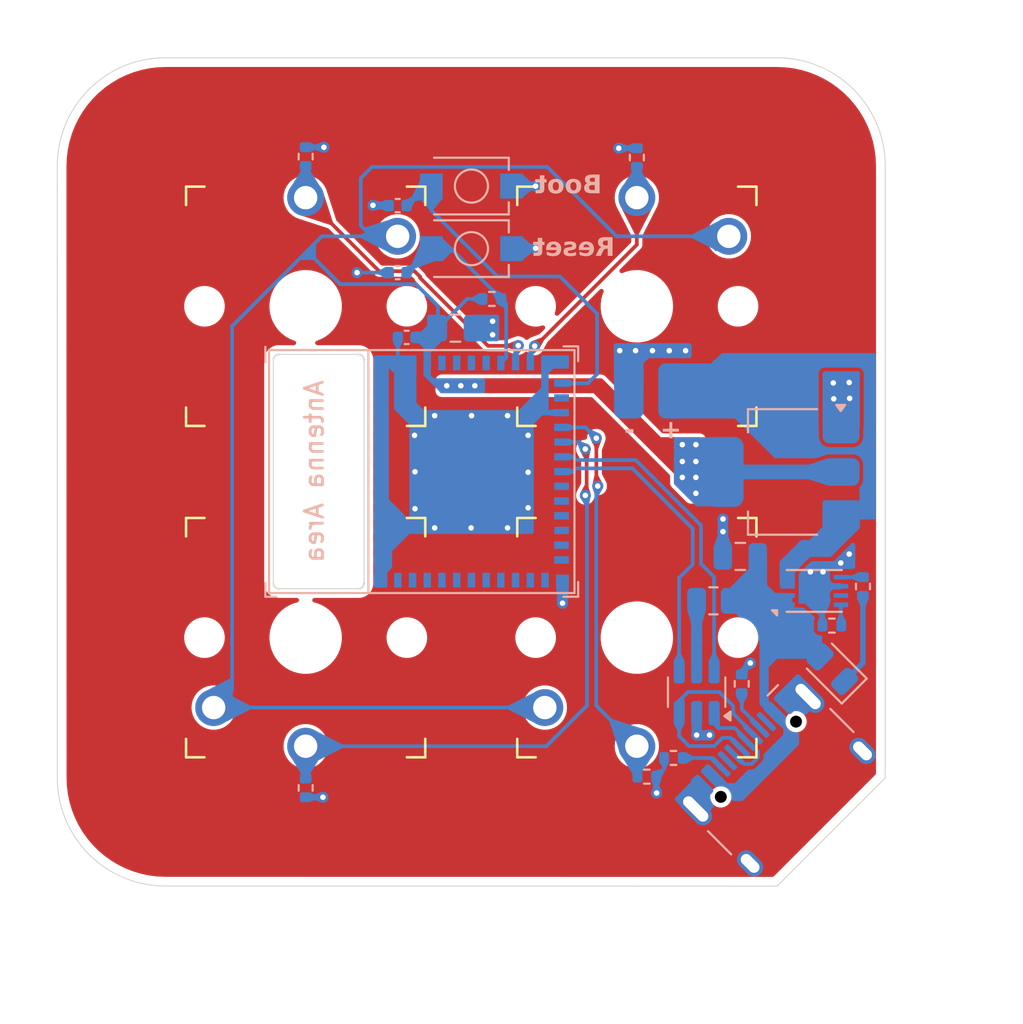
<source format=kicad_pcb>
(kicad_pcb (version 20240108) (generator "pcbnew") (generator_version "8.0")
  (layers (0 "F.Cu" signal) (31 "B.Cu" signal) (34 "B.Paste" user) (35 "F.Paste" user) (36 "B.SilkS" user "B.Silkscreen") (37 "F.SilkS" user "F.Silkscreen") (38 "B.Mask" user) (39 "F.Mask" user) (44 "Edge.Cuts" user))
  (net 0 "")
  (net 1 "/USB_D-")
  (net 3 "GND")
  (net 4 "/USB_D+")
  (net 5 "/VBAT")
  (net 6 "+3.3V")
  (net 7 "/ESP_EN")
  (net 8 "Net-(D2-K)")
  (net 9 "/GPIO_4")
  (net 10 "/GPIO_5")
  (net 11 "/GPIO_6")
  (net 12 "Net-(J1-CC2)")
  (net 15 "Net-(J1-CC1)")
  (net 16 "/USB_5V")
  (net 17 "/GPIO_7")
  (net 18 "/ESP_USB_D+")
  (net 19 "/ESP_USB_D-")
  (net 20 "Net-(U1-GPIO0{slash}ADC1_CH0{slash}XTAL_32K_P)")
  (net 21 "Net-(U2-PROG)")
  (net 44 "Net-(U2-STAT)")
  (footprint "switches:SW_Kailh_Choc_V1_THT" (layer "F.Cu") (at 81.5 81.5)
    (property "Reference" "SW5" (hide yes))
    (property "Value" "1" (hide yes))
  )
  (footprint "switches:SW_Kailh_Choc_V1_THT" (layer "F.Cu") (at 63.5 63.5 180)
    (property "Reference" "SW3" (hide yes))
    (property "Value" "1" (hide yes))
  )
  (footprint "switches:SW_Kailh_Choc_V1_THT" (layer "F.Cu") (at 63.5 81.5)
    (property "Reference" "SW6" (hide yes))
    (property "Value" "1" (hide yes))
  )
  (footprint "switches:SW_Kailh_Choc_V1_THT" (layer "F.Cu") (at 81.5 63.5 180)
    (property "Reference" "SW4" (hide yes))
    (property "Value" "1" (hide yes))
  )
  (footprint "Connectors:SolderWirePad_3" (layer "B.Cu") (at 82.2644 68.0974)
    (property "Reference" "J2" (hide yes))
    (property "Value" "BAT")
  )
  (footprint "Resistor_SMD:R_0402_1005Metric" (layer "B.Cu") (at 83.4898 88.0364 180)
    (property "Reference" "R12" (hide yes))
    (property "Value" "5.1k")
  )
  (footprint "Capacitor_SMD:C_0805_2012Metric" (layer "B.Cu") (at 71.64 64.69)
    (property "Reference" "C2" (hide yes))
    (property "Value" "10u")
  )
  (footprint "Package_DFN_QFN:DFN-8-1EP_3x2mm_P0.5mm_EP1.7x1.4mm" (layer "B.Cu") (at 91.142 78.963)
    (property "Reference" "U2" (hide yes))
    (property "Value" "MCP73831-2-MC")
  )
  (footprint "Resistor_SMD:R_0402_1005Metric" (layer "B.Cu") (at 63.5 55.37 90)
    (property "Reference" "R4" (hide yes))
    (property "Value" "10k")
  )
  (footprint "Connector_USB:USB_C_Receptacle_HCTL_HC-TYPE-C-16P-01A" (layer "B.Cu") (at 89.949962 89.949962 -135)
    (property "Reference" "J1" (hide yes))
    (property "Value" "USB_C_Receptacle_USB2.0_16P")
  )
  (footprint "Resistor_SMD:R_0402_1005Metric" (layer "B.Cu") (at 81.5 55.4208 90)
    (property "Reference" "R5" (hide yes))
    (property "Value" "10k")
  )
  (footprint "Resistor_SMD:R_0402_1005Metric" (layer "B.Cu") (at 92.1004 80.8482 180)
    (property "Reference" "R2" (hide yes))
    (property "Value" "2k")
  )
  (footprint "Resistor_SMD:R_0402_1005Metric" (layer "B.Cu") (at 73.62 63.1)
    (property "Reference" "R1" (hide yes))
    (property "Value" "10k")
  )
  (footprint "Resistor_SMD:R_0402_1005Metric" (layer "B.Cu") (at 82.042 89.0524)
    (property "Reference" "R6" (hide yes))
    (property "Value" "10k")
  )
  (footprint "Capacitor_SMD:C_0402_1005Metric" (layer "B.Cu") (at 68.99 65.19 180)
    (property "Reference" "C1" (hide yes))
    (property "Value" "0.1u")
  )
  (footprint "Resistor_SMD:R_0402_1005Metric" (layer "B.Cu") (at 63.5 89.662 -90)
    (property "Reference" "R7" (hide yes))
    (property "Value" "10k")
  )
  (footprint "Capacitor_SMD:C_0402_1005Metric" (layer "B.Cu") (at 68.5 58.03 180)
    (property "Reference" "C4" (hide yes))
    (property "Value" "0.1u")
  )
  (footprint "Resistor_SMD:R_0402_1005Metric" (layer "B.Cu") (at 93.7904 78.723 90)
    (property "Reference" "R3" (hide yes))
    (property "Value" "470")
  )
  (footprint "Resistor_SMD:R_0805_2012Metric" (layer "B.Cu") (at 85.6625 79.502 180)
    (property "Reference" "R8" (hide yes))
    (property "Value" "0")
  )
  (footprint "Espressif:ESP32-C6-MINI-1" (layer "B.Cu") (at 69.81 72.4789 -90)
    (property "Reference" "U1" (hide yes))
    (property "Value" "ESP32-C6-MINI-1/U")
  )
  (footprint "Resistor_SMD:R_0402_1005Metric" (layer "B.Cu") (at 87.2 84.01 90)
    (property "Reference" "R11" (hide yes))
    (property "Value" "5.1k")
  )
  (footprint "easyeda2kicad:SW-SMD_L3.9-W3.0-P4.45" (layer "B.Cu") (at 72.51 60.37 180)
    (property "Reference" "SW1" (hide yes))
    (property "Value" "RESET")
  )
  (footprint "LED_SMD:LED_0805_2012Metric" (layer "B.Cu") (at 92.1258 83.2104 135)
    (property "Reference" "D2" (hide yes))
    (property "Value" "LED")
  )
  (footprint "Package_TO_SOT_SMD:SOT-223-3_TabPin2" (layer "B.Cu") (at 89.45 72.5 180)
    (property "Reference" "U3" (hide yes))
    (property "Value" "AMS1117-3.3")
  )
  (footprint "Package_TO_SOT_SMD:SOT-23-6" (layer "B.Cu") (at 84.75 84.4625 90)
    (property "Reference" "U4" (hide yes))
    (property "Value" "USBLC6-2SC6")
  )
  (footprint "Capacitor_SMD:C_0402_1005Metric" (layer "B.Cu") (at 68.5 61.67 180)
    (property "Reference" "C3" (hide yes))
    (property "Value" "0.1u")
  )
  (footprint "Capacitor_SMD:C_0805_2012Metric" (layer "B.Cu") (at 87.122 77.089 180)
    (property "Reference" "C5" (hide yes))
    (property "Value" "4.7u")
  )
  (footprint "easyeda2kicad:SW-SMD_L3.9-W3.0-P4.45" (layer "B.Cu") (at 72.51 56.97 180)
    (property "Reference" "SW2" (hide yes))
    (property "Value" "BOOT")
  )
  (gr_line (start 89.125 50) (end 55.875 50) (stroke (width 0.05)) (layer "Edge.Cuts"))
  (gr_line (start 66.3702 78.8416) (end 62.0522 78.8416) (stroke (width 0.05)) (layer "Edge.Cuts"))
  (gr_arc (start 50 55.875) (mid 51.720748 51.720748) (end 55.875 50) (stroke (width 0.05)) (layer "Edge.Cuts"))
  (gr_line (start 95 89.125) (end 89.125 95) (stroke (width 0.05)) (layer "Edge.Cuts"))
  (gr_arc (start 55.879252 94.995748) (mid 51.725 93.275) (end 50.004252 89.120748) (stroke (width 0.05)) (layer "Edge.Cuts"))
  (gr_arc (start 61.7474 66.421) (mid 61.836674 66.205474) (end 62.0522 66.1162) (stroke (width 0.1)) (layer "Edge.Cuts"))
  (gr_arc (start 66.3702 66.1162) (mid 66.585726 66.205474) (end 66.675 66.421) (stroke (width 0.1)) (layer "Edge.Cuts"))
  (gr_arc (start 66.675 78.5368) (mid 66.585726 78.752326) (end 66.3702 78.8416) (stroke (width 0.1)) (layer "Edge.Cuts"))
  (gr_line (start 95 89.125) (end 95 55.875) (stroke (width 0.05)) (layer "Edge.Cuts"))
  (gr_arc (start 62.0522 78.8416) (mid 61.836674 78.752326) (end 61.7474 78.5368) (stroke (width 0.1)) (layer "Edge.Cuts"))
  (gr_line (start 62.0522 66.1162) (end 66.3702 66.1162) (stroke (width 0.05)) (layer "Edge.Cuts"))
  (gr_line (start 66.675 66.421) (end 66.675 78.5368) (stroke (width 0.05)) (layer "Edge.Cuts"))
  (gr_line (start 50 55.875) (end 50.004252 89.120748) (stroke (width 0.05)) (layer "Edge.Cuts"))
  (gr_line (start 55.879252 94.995748) (end 89.125 95) (stroke (width 0.05)) (layer "Edge.Cuts"))
  (gr_line (start 61.7474 78.5368) (end 61.7474 66.421) (stroke (width 0.05)) (layer "Edge.Cuts"))
  (gr_arc (start 89.125 50) (mid 93.279252 51.720748) (end 95 55.875) (stroke (width 0.05)) (layer "Edge.Cuts"))
  (gr_text "+" (at 83.934812 70.8406 0) (layer "B.SilkS") (effects (font (size 1 1) (thickness 0.25) (bold yes)) (justify left bottom mirror)))
  (gr_text "Reset" (at 80.307997 60.932267 0) (layer "B.SilkS") (effects (font (size 1 1) (thickness 0.25) (bold yes)) (justify left bottom mirror)))
  (gr_text "-" (at 81.39022 70.8406 0) (layer "B.SilkS") (effects (font (size 1 1) (thickness 0.25) (bold yes)) (justify left bottom mirror)))
  (gr_text "Boot" (at 79.6036 57.532267 0) (layer "B.SilkS") (effects (font (size 1 1) (thickness 0.25) (bold yes)) (justify left bottom mirror)))
  (segment (start 86.741 85.217) (end 85.979 84.455) (width 0.2) (layer "B.Cu") (net 1))
  (segment (start 86.1568 86.9442) (end 86.0552 87.0458) (width 0.2) (layer "B.Cu") (net 1))
  (segment (start 87.12507 87.478624) (end 86.5886 86.9442) (width 0.2) (layer "B.Cu") (net 1))
  (segment (start 87.225108 87.528662) (end 86.742572 87.046126) (width 0.2) (layer "B.Cu") (net 1))
  (segment (start 83.8 86.848) (end 83.8 85.6) (width 0.2) (layer "B.Cu") (net 1))
  (segment (start 86.741 85.63034) (end 86.741 85.217) (width 0.2) (layer "B.Cu") (net 1))
  (segment (start 85.979 84.455) (end 84.282501 84.455) (width 0.2) (layer "B.Cu") (net 1))
  (segment (start 83.8 84.937501) (end 83.8 85.6) (width 0.2) (layer "B.Cu") (net 1))
  (segment (start 87.932215 86.821555) (end 86.741 85.63034) (width 0.2) (layer "B.Cu") (net 1))
  (segment (start 85.708 87.393) (end 84.345 87.393) (width 0.2) (layer "B.Cu") (net 1))
  (segment (start 86.0552 87.0458) (end 85.708 87.393) (width 0.2) (layer "B.Cu") (net 1))
  (segment (start 86.5886 86.9442) (end 86.1568 86.9442) (width 0.2) (layer "B.Cu") (net 1))
  (segment (start 84.345 87.393) (end 83.8 86.848) (width 0.2) (layer "B.Cu") (net 1))
  (segment (start 84.282501 84.455) (end 83.8 84.937501) (width 0.2) (layer "B.Cu") (net 1))
  (via (at 93.0402 76.962) (size 0.6) (drill 0.3) (layers "F.Cu" "B.Cu") (net 3))
  (via (at 77.46 79.629) (size 0.6) (drill 0.3) (layers "F.Cu" "B.Cu") (net 3))
  (via (at 75.9968 56.9722) (size 0.6) (drill 0.3) (layers "F.Cu" "B.Cu") (net 3))
  (via (at 92.202 68.5292) (size 0.6) (drill 0.3) (layers "F.Cu" "B.Cu") (net 3))
  (via (at 75.5904 70.5104) (size 0.6) (drill 0.3) (layers "F.Cu" "B.Cu") (net 3))
  (via (at 73.66 64.3128) (size 0.6) (drill 0.3) (layers "F.Cu" "B.Cu") (net 3))
  (via (at 80.5688 65.913) (size 0.6) (drill 0.3) (layers "F.Cu" "B.Cu") (net 3))
  (via (at 69.4436 74.4982) (size 0.6) (drill 0.3) (layers "F.Cu" "B.Cu") (net 3))
  (via (at 64.4398 90.17) (size 0.6) (drill 0.3) (layers "F.Cu" "B.Cu") (net 3))
  (via (at 64.4906 54.864) (size 0.6) (drill 0.3) (layers "F.Cu" "B.Cu") (net 3))
  (via (at 92.1766 67.6656) (size 0.6) (drill 0.3) (layers "F.Cu" "B.Cu") (net 3))
  (via (at 81.4324 65.913) (size 0.6) (drill 0.3) (layers "F.Cu" "B.Cu") (net 3))
  (via (at 66.294 61.6712) (size 0.6) (drill 0.3) (layers "F.Cu" "B.Cu") (net 3))
  (via (at 82.3468 65.913) (size 0.6) (drill 0.3) (layers "F.Cu" "B.Cu") (net 3))
  (via (at 91.6178 77.9272) (size 0.6) (drill 0.3) (layers "F.Cu" "B.Cu") (net 3))
  (via (at 69.4436 72.4916) (size 0.6) (drill 0.3) (layers "F.Cu" "B.Cu") (net 3))
  (via (at 75.5904 74.4474) (size 0.6) (drill 0.3) (layers "F.Cu" "B.Cu") (net 3))
  (via (at 92.583 77.4446) (size 0.6) (drill 0.3) (layers "F.Cu" "B.Cu") (net 3))
  (via (at 67.1576 58.0136) (size 0.6) (drill 0.3) (layers "F.Cu" "B.Cu") (net 3))
  (via (at 87.6674 82.8802) (size 0.6) (drill 0.3) (layers "F.Cu" "B.Cu") (net 3))
  (via (at 70.5104 69.4436) (size 0.6) (drill 0.3) (layers "F.Cu" "B.Cu") (net 3))
  (via (at 80.518 54.9148) (size 0.6) (drill 0.3) (layers "F.Cu" "B.Cu") (net 3))
  (via (at 75.5904 72.517) (size 0.6) (drill 0.3) (layers "F.Cu" "B.Cu") (net 3))
  (via (at 82.5754 89.9414) (size 0.6) (drill 0.3) (layers "F.Cu" "B.Cu") (net 3))
  (via (at 73.66 65.0494) (size 0.6) (drill 0.3) (layers "F.Cu" "B.Cu") (net 3))
  (via (at 72.517 69.4436) (size 0.6) (drill 0.3) (layers "F.Cu" "B.Cu") (net 3))
  (via (at 84.752265 86.793) (size 0.6) (drill 0.3) (layers "F.Cu" "B.Cu") (net 3))
  (via (at 74.4728 69.4436) (size 0.6) (drill 0.3) (layers "F.Cu" "B.Cu") (net 3))
  (via (at 83.2612 65.913) (size 0.6) (drill 0.3) (layers "F.Cu" "B.Cu") (net 3))
  (via (at 72.4916 75.5396) (size 0.6) (drill 0.3) (layers "F.Cu" "B.Cu") (net 3))
  (via (at 86.1822 75.057) (size 0.6) (drill 0.3) (layers "F.Cu" "B.Cu") (net 3))
  (via (at 85.451207 86.793) (size 0.6) (drill 0.3) (layers "F.Cu" "B.Cu") (net 3))
  (via (at 74.4728 75.5396) (size 0.6) (drill 0.3) (layers "F.Cu" "B.Cu") (net 3))
  (via (at 93.0402 67.6402) (size 0.6) (drill 0.3) (layers "F.Cu" "B.Cu") (net 3))
  (via (at 75.9968 60.3504) (size 0.6) (drill 0.3) (layers "F.Cu" "B.Cu") (net 3))
  (via (at 93.0656 68.5038) (size 0.6) (drill 0.3) (layers "F.Cu" "B.Cu") (net 3))
  (via (at 84.1502 65.913) (size 0.6) (drill 0.3) (layers "F.Cu" "B.Cu") (net 3))
  (via (at 90.932 77.9272) (size 0.6) (drill 0.3) (layers "F.Cu" "B.Cu") (net 3))
  (via (at 70.5104 75.5396) (size 0.6) (drill 0.3) (layers "F.Cu" "B.Cu") (net 3))
  (via (at 69.4182 70.5104) (size 0.6) (drill 0.3) (layers "F.Cu" "B.Cu") (net 3))
  (via (at 86.1822 75.7428) (size 0.6) (drill 0.3) (layers "F.Cu" "B.Cu") (net 3))
  (segment (start 63.5 90.172) (end 64.4378 90.172) (width 0.2) (layer "B.Cu") (net 3))
  (segment (start 82.9798 88.0364) (end 82.9798 88.6246) (width 0.2) (layer "B.Cu") (net 3))
  (segment (start 86.172 77.089) (end 86.172 75.753) (width 0.5) (layer "B.Cu") (net 3))
  (segment (start 86.172 75.0672) (end 86.1822 75.057) (width 0.5) (layer "B.Cu") (net 3))
  (segment (start 68.02 61.67) (end 67.7991 61.8909) (width 0.2) (layer "B.Cu") (net 3))
  (segment (start 84.75 86.790735) (end 84.752265 86.793) (width 0.5) (layer "B.Cu") (net 3))
  (segment (start 84.687697 90.809097) (end 84.699694 90.809097) (width 0.5) (layer "B.Cu") (net 3))
  (segment (start 67.174 58.03) (end 67.1576 58.0136) (width 0.3) (layer "B.Cu") (net 3))
  (segment (start 84.752265 86.793) (end 84.776465 86.8172) (width 0.5) (layer "B.Cu") (net 3))
  (segment (start 74.69 60.37) (end 75.9772 60.37) (width 0.2) (layer "B.Cu") (net 3))
  (segment (start 77.46 78.43) (end 77.46 79.629) (width 0.6) (layer "B.Cu") (net 3))
  (segment (start 84.75 85.6) (end 84.75 86.790735) (width 0.5) (layer "B.Cu") (net 3))
  (segment (start 68.51 65.19) (end 68.51 66.58) (width 0.2) (layer "B.Cu") (net 3))
  (segment (start 68.02 58.03) (end 67.174 58.03) (width 0.3) (layer "B.Cu") (net 3))
  (segment (start 82.552 89.918) (end 82.5754 89.9414) (width 0.2) (layer "B.Cu") (net 3))
  (segment (start 86.172 75.7326) (end 86.172 75.0672) (width 0.5) (layer "B.Cu") (net 3))
  (segment (start 77.41 69.28) (end 75.7794 69.28) (width 0.3) (layer "B.Cu") (net 3))
  (segment (start 68.02 61.67) (end 66.2952 61.67) (width 0.2) (layer "B.Cu") (net 3))
  (segment (start 91.392 78.713) (end 92.592 78.713) (width 0.3) (layer "B.Cu") (net 3))
  (segment (start 82.9798 88.6246) (end 82.552 89.0524) (width 0.2) (layer "B.Cu") (net 3))
  (segment (start 75.7794 69.28) (end 75.7682 69.2912) (width 0.3) (layer "B.Cu") (net 3))
  (segment (start 91.572 80.69) (end 91.572 79.393) (width 0.2) (layer "B.Cu") (net 3))
  (segment (start 87.2 83.5) (end 87.2 83.3476) (width 0.2) (layer "B.Cu") (net 3))
  (segment (start 82.552 89.0524) (end 82.552 89.918) (width 0.2) (layer "B.Cu") (net 3))
  (segment (start 91.142 78.963) (end 91.392 78.713) (width 0.3) (layer "B.Cu") (net 3))
  (segment (start 91.572 79.393) (end 91.142 78.963) (width 0.2) (layer "B.Cu") (net 3))
  (segment (start 74.69 56.97) (end 75.9946 56.97) (width 0.2) (layer "B.Cu") (net 3))
  (segment (start 86.1822 75.7428) (end 86.172 75.7326) (width 0.5) (layer "B.Cu") (net 3))
  (segment (start 87.2 83.3476) (end 87.6674 82.8802) (width 0.2) (layer "B.Cu") (net 3))
  (segment (start 64.4378 90.172) (end 64.4398 90.17) (width 0.2) (layer "B.Cu") (net 3))
  (segment (start 75.9772 60.37) (end 75.9968 60.3504) (width 0.2) (layer "B.Cu") (net 3))
  (segment (start 75.9946 56.97) (end 75.9968 56.9722) (width 0.2) (layer "B.Cu") (net 3))
  (segment (start 64.4866 54.86) (end 64.4906 54.864) (width 0.2) (layer "B.Cu") (net 3))
  (segment (start 86.172 75.753) (end 86.1822 75.7428) (width 0.5) (layer "B.Cu") (net 3))
  (segment (start 85.427007 86.8172) (end 85.451207 86.793) (width 0.5) (layer "B.Cu") (net 3))
  (segment (start 80.522 54.9108) (end 80.518 54.9148) (width 0.2) (layer "B.Cu") (net 3))
  (segment (start 84.776465 86.8172) (end 85.427007 86.8172) (width 0.5) (layer "B.Cu") (net 3))
  (segment (start 66.2952 61.67) (end 66.294 61.6712) (width 0.2) (layer "B.Cu") (net 3))
  (segment (start 81.5 54.9108) (end 80.522 54.9108) (width 0.2) (layer "B.Cu") (net 3))
  (segment (start 63.5 54.86) (end 64.4866 54.86) (width 0.2) (layer "B.Cu") (net 3))
  (segment (start 87.354091 88.364751) (end 87.732523 88.364751) (width 0.2) (layer "B.Cu") (net 4))
  (segment (start 88.083032 88.014242) (end 88.083032 87.679478) (width 0.2) (layer "B.Cu") (net 4))
  (segment (start 87.017554 86.611154) (end 86.8172 86.4108) (width 0.2) (layer "B.Cu") (net 4))
  (segment (start 88.083032 87.679478) (end 87.017554 86.614) (width 0.2) (layer "B.Cu") (net 4))
  (segment (start 87.017554 86.614) (end 87.017554 86.611154) (width 0.2) (layer "B.Cu") (net 4))
  (segment (start 86.8172 86.4108) (end 85.9282 86.4108) (width 0.2) (layer "B.Cu") (net 4))
  (segment (start 85.7 85.6) (end 85.7 86.1826) (width 0.2) (layer "B.Cu") (net 4))
  (segment (start 85.7 86.1826) (end 85.9282 86.4108) (width 0.2) (layer "B.Cu") (net 4))
  (segment (start 87.732523 88.364751) (end 88.083032 88.014242) (width 0.2) (layer "B.Cu") (net 4))
  (segment (start 86.871555 87.882215) (end 87.354091 88.364751) (width 0.2) (layer "B.Cu") (net 4))
  (via (at 84.709 73.66) (size 0.6) (drill 0.3) (layers "F.Cu" "B.Cu") (net 6))
  (via (at 84.709 71.0184) (size 0.6) (drill 0.3) (layers "F.Cu" "B.Cu") (net 6))
  (via (at 72.6948 67.818) (size 0.6) (drill 0.3) (layers "F.Cu" "B.Cu") (net 6))
  (via (at 84.709 71.9328) (size 0.6) (drill 0.3) (layers "F.Cu" "B.Cu") (net 6))
  (via (at 71.1708 67.818) (size 0.6) (drill 0.3) (layers "F.Cu" "B.Cu") (net 6))
  (via (at 71.9328 67.818) (size 0.6) (drill 0.3) (layers "F.Cu" "B.Cu") (net 6))
  (via (at 83.9724 71.9328) (size 0.6) (drill 0.3) (layers "F.Cu" "B.Cu") (net 6))
  (via (at 83.9724 71.0184) (size 0.6) (drill 0.3) (layers "F.Cu" "B.Cu") (net 6))
  (via (at 84.709 72.7964) (size 0.6) (drill 0.3) (layers "F.Cu" "B.Cu") (net 6))
  (via (at 83.9724 72.7964) (size 0.6) (drill 0.3) (layers "F.Cu" "B.Cu") (net 6))
  (segment (start 65.3725 62.2991) (end 63.576878 60.503478) (width 0.2) (layer "B.Cu") (net 6))
  (segment (start 66.4972 56.5404) (end 67.1068 55.9308) (width 0.2) (layer "B.Cu") (net 6))
  (segment (start 92.6 72.5) (end 86.3 72.5) (width 0.8) (layer "B.Cu") (net 6))
  (segment (start 76.6318 55.9308) (end 80.401 59.7) (width 0.2) (layer "B.Cu") (net 6))
  (segment (start 70.69 64.69) (end 70.69 63.491671) (width 0.2) (layer "B.Cu") (net 6))
  (segment (start 73.11 63.1) (end 72.28 63.1) (width 0.2) (layer "B.Cu") (net 6))
  (segment (start 58.5 85.3) (end 76.5 85.3) (width 0.2) (layer "B.Cu") (net 6))
  (segment (start 59.5 84.3) (end 59.5 64.580356) (width 0.2) (layer "B.Cu") (net 6))
  (segment (start 72.28 63.1) (end 70.69 64.69) (width 0.2) (layer "B.Cu") (net 6))
  (segment (start 69.497429 62.2991) (end 65.3725 62.2991) (width 0.2) (layer "B.Cu") (net 6))
  (segment (start 86.5 59.7) (end 85.7991 60.4009) (width 0.2) (layer "B.Cu") (net 6))
  (segment (start 85.7991 71.9991) (end 86.3 72.5) (width 0.2) (layer "B.Cu") (net 6))
  (segment (start 67.1068 55.9308) (end 76.6318 55.9308) (width 0.2) (layer "B.Cu") (net 6))
  (segment (start 64.380356 59.7) (end 68.5 59.7) (width 0.2) (layer "B.Cu") (net 6))
  (segment (start 59.5 64.580356) (end 63.576878 60.503478) (width 0.2) (layer "B.Cu") (net 6))
  (segment (start 67.085787 59.7) (end 66.4972 59.111413) (width 0.2) (layer "B.Cu") (net 6))
  (segment (start 58.5 85.3) (end 59.5 84.3) (width 0.2) (layer "B.Cu") (net 6))
  (segment (start 66.4972 59.111413) (end 66.4972 56.5404) (width 0.2) (layer "B.Cu") (net 6))
  (segment (start 63.576878 60.503478) (end 64.380356 59.7) (width 0.2) (layer "B.Cu") (net 6))
  (segment (start 80.401 59.7) (end 86.5 59.7) (width 0.2) (layer "B.Cu") (net 6))
  (segment (start 68.5 59.7) (end 67.085787 59.7) (width 0.2) (layer "B.Cu") (net 6))
  (segment (start 70.69 63.491671) (end 69.497429 62.2991) (width 0.2) (layer "B.Cu") (net 6))
  (segment (start 74.3966 63.3666) (end 74.13 63.1) (width 0.2) (layer "B.Cu") (net 7))
  (segment (start 71.4 60.37) (end 74.13 63.1) (width 0.2) (layer "B.Cu") (net 7))
  (segment (start 70.33 60.37) (end 71.4 60.37) (width 0.2) (layer "B.Cu") (net 7))
  (segment (start 74.11 66.58) (end 74.3966 66.2934) (width 0.2) (layer "B.Cu") (net 7))
  (segment (start 70.33 60.37) (end 69.03 61.67) (width 0.2) (layer "B.Cu") (net 7))
  (segment (start 74.3966 66.2934) (end 74.3966 63.3666) (width 0.2) (layer "B.Cu") (net 7))
  (segment (start 93.7904 82.871626) (end 92.788713 83.873313) (width 0.3) (layer "B.Cu") (net 8))
  (segment (start 93.7904 79.233) (end 93.7904 82.871626) (width 0.3) (layer "B.Cu") (net 8))
  (segment (start 69.723 61.960929) (end 69.723 61.8998) (width 0.2) (layer "F.Cu") (net 9))
  (segment (start 67.495 61.595) (end 63.5 57.6) (width 0.2) (layer "F.Cu") (net 9))
  (segment (start 75.057 65.6336) (end 74.3554 65.6494) (width 0.2) (layer "F.Cu") (net 9))
  (segment (start 73.411471 65.6494) (end 69.723 61.960929) (width 0.2) (layer "F.Cu") (net 9))
  (segment (start 69.723 61.8998) (end 69.4182 61.595) (width 0.2) (layer "F.Cu") (net 9))
  (segment (start 74.3554 65.6494) (end 73.411471 65.6494) (width 0.2) (layer "F.Cu") (net 9))
  (segment (start 69.4182 61.595) (end 67.495 61.595) (width 0.2) (layer "F.Cu") (net 9))
  (via (at 75.057 65.6336) (size 0.6) (drill 0.3) (layers "F.Cu" "B.Cu") (net 9))
  (segment (start 74.91 65.7806) (end 75.057 65.6336) (width 0.2) (layer "B.Cu") (net 9))
  (segment (start 63.5 55.88) (end 63.5 57.6) (width 0.2) (layer "B.Cu") (net 9))
  (segment (start 74.91 66.58) (end 74.91 65.7806) (width 0.2) (layer "B.Cu") (net 9))
  (segment (start 75.9968 65.659) (end 75.946 65.659) (width 0.2) (layer "F.Cu") (net 10))
  (segment (start 81.5 57.6) (end 81.5 60.1558) (width 0.2) (layer "F.Cu") (net 10))
  (segment (start 81.5 60.1558) (end 76.3016 65.3542) (width 0.2) (layer "F.Cu") (net 10))
  (segment (start 76.3016 65.3542) (end 75.9968 65.659) (width 0.2) (layer "F.Cu") (net 10))
  (via (at 75.946 65.659) (size 0.6) (drill 0.3) (layers "F.Cu" "B.Cu") (net 10))
  (segment (start 81.5 55.9308) (end 81.5 57.6) (width 0.2) (layer "B.Cu") (net 10))
  (segment (start 75.71 66.58) (end 75.71 65.895) (width 0.2) (layer "B.Cu") (net 10))
  (segment (start 75.71 65.895) (end 75.946 65.659) (width 0.2) (layer "B.Cu") (net 10))
  (segment (start 79.335237 73.3044) (end 79.3738 73.265837) (width 0.2) (layer "F.Cu") (net 11))
  (segment (start 79.2988 73.3044) (end 79.335237 73.3044) (width 0.2) (layer "F.Cu") (net 11))
  (segment (start 79.2988 71.2724) (end 79.2988 70.6628) (width 0.2) (layer "F.Cu") (net 11))
  (segment (start 79.2988 73.3044) (end 79.2988 71.2724) (width 0.2) (layer "F.Cu") (net 11))
  (via (at 79.3738 73.265837) (size 0.6) (drill 0.3) (layers "F.Cu" "B.Cu") (net 11))
  (via (at 79.2988 70.6628) (size 0.6) (drill 0.3) (layers "F.Cu" "B.Cu") (net 11))
  (segment (start 79.2988 74.003114) (end 79.2988 73.3044) (width 0.2) (layer "B.Cu") (net 11))
  (segment (start 81.5 89.13) (end 81.5 87.4) (width 0.2) (layer "B.Cu") (net 11))
  (segment (start 81.5 87.4) (end 79.4355 85.3355) (width 0.2) (layer "B.Cu") (net 11))
  (segment (start 78.716 70.08) (end 77.41 70.08) (width 0.2) (layer "B.Cu") (net 11))
  (segment (start 79.2988 85.1916) (end 79.2988 74.003114) (width 0.2) (layer "B.Cu") (net 11))
  (segment (start 79.2988 70.6628) (end 78.716 70.08) (width 0.2) (layer "B.Cu") (net 11))
  (segment (start 79.4355 85.3355) (end 79.4355 85.3283) (width 0.2) (layer "B.Cu") (net 11))
  (segment (start 79.4355 85.3283) (end 79.2988 85.1916) (width 0.2) (layer "B.Cu") (net 11))
  (segment (start 85.615126 88.04) (end 86.164448 88.589322) (width 0.2) (layer "B.Cu") (net 12))
  (segment (start 84.1 88.04) (end 85.615126 88.04) (width 0.2) (layer "B.Cu") (net 12))
  (segment (start 87.2 85.382233) (end 88.285769 86.468002) (width 0.2) (layer "B.Cu") (net 15))
  (segment (start 87.2 84.52) (end 87.2 85.382233) (width 0.2) (layer "B.Cu") (net 15))
  (segment (start 84.75 83.325) (end 84.75 82.21) (width 0.6) (layer "B.Cu") (net 16))
  (segment (start 88.4174 81.5848) (end 88.5227 81.5848) (width 0.5) (layer "B.Cu") (net 16))
  (segment (start 89.528 79.549) (end 89.692 79.713) (width 0.6) (layer "B.Cu") (net 16))
  (segment (start 88.072 79.436) (end 88.138 79.502) (width 0.6) (layer "B.Cu") (net 16))
  (segment (start 89.098941 85.654829) (end 88.702069 85.257957) (width 0.3) (layer "B.Cu") (net 16))
  (segment (start 88.4174 85.023288) (end 88.4174 81.5848) (width 0.5) (layer "B.Cu") (net 16))
  (segment (start 91.462887 82.547487) (end 91.274987 82.547487) (width 0.3) (layer "B.Cu") (net 16))
  (segment (start 84.75 80.73) (end 84.75 79.502) (width 0.6) (layer "B.Cu") (net 16))
  (segment (start 88.998903 85.604791) (end 88.4174 85.023288) (width 0.5) (layer "B.Cu") (net 16))
  (segment (start 84.75 81.72) (end 84.75 81.23) (width 0.6) (layer "B.Cu") (net 16))
  (segment (start 86.575 79.502) (end 88.138 79.502) (width 0.6) (layer "B.Cu") (net 16))
  (segment (start 88.072 77.089) (end 88.072 79.436) (width 0.6) (layer "B.Cu") (net 16))
  (segment (start 89.692 79.713) (end 89.4175 79.9875) (width 0.6) (layer "B.Cu") (net 16))
  (segment (start 84.75 81.74) (end 84.76 81.73) (width 0.6) (layer "B.Cu") (net 16))
  (segment (start 84.75 81.23) (end 84.75 80.73) (width 0.6) (layer "B.Cu") (net 16))
  (segment (start 84.76 81.73) (end 84.75 81.72) (width 0.6) (layer "B.Cu") (net 16))
  (segment (start 89.426487 86.032375) (end 88.998903 85.604791) (width 0.3) (layer "B.Cu") (net 16))
  (segment (start 89.528 79.502) (end 89.528 79.549) (width 0.6) (layer "B.Cu") (net 16))
  (segment (start 88.5227 81.5848) (end 88.702069 81.405431) (width 0.5) (layer "B.Cu") (net 16))
  (segment (start 89.4175 79.9875) (end 89.4175 80.69) (width 0.6) (layer "B.Cu") (net 16))
  (segment (start 88.702069 81.405431) (end 89.4175 80.69) (width 0.3) (layer "B.Cu") (net 16))
  (segment (start 84.75 82.21) (end 84.75 81.74) (width 0.6) (layer "B.Cu") (net 16))
  (segment (start 88.138 79.502) (end 89.528 79.502) (width 0.6) (layer "B.Cu") (net 16))
  (segment (start 91.274987 82.547487) (end 89.4175 80.69) (width 0.3) (layer "B.Cu") (net 16))
  (segment (start 78.7908 71.4756) (end 78.7738 71.4586) (width 0.2) (layer "F.Cu") (net 17))
  (segment (start 78.7738 71.2724) (end 78.7162 71.2724) (width 0.2) (layer "F.Cu") (net 17))
  (segment (start 78.7162 71.2724) (end 78.6988 71.255) (width 0.2) (layer "F.Cu") (net 17))
  (segment (start 78.7738 71.4926) (end 78.7908 71.4756) (width 0.2) (layer "F.Cu") (net 17))
  (segment (start 78.7738 71.4586) (end 78.7738 71.2724) (width 0.2) (layer "F.Cu") (net 17))
  (segment (start 78.722424 73.749809) (end 78.6988 73.773433) (width 0.2) (layer "F.Cu") (net 17))
  (segment (start 78.7738 73.749809) (end 78.7738 71.4926) (width 0.2) (layer "F.Cu") (net 17))
  (segment (start 78.7738 73.749809) (end 78.722424 73.749809) (width 0.2) (layer "F.Cu") (net 17))
  (via (at 78.6988 71.255) (size 0.6) (drill 0.3) (layers "F.Cu" "B.Cu") (net 17))
  (via (at 78.6988 73.773433) (size 0.6) (drill 0.3) (layers "F.Cu" "B.Cu") (net 17))
  (segment (start 63.5 89.152) (end 63.5 87.4) (width 0.2) (layer "B.Cu") (net 17))
  (segment (start 78.7738 71.2724) (end 78.3814 70.88) (width 0.2) (layer "B.Cu") (net 17))
  (segment (start 78.3814 70.88) (end 77.41 70.88) (width 0.2) (layer "B.Cu") (net 17))
  (segment (start 63.5 87.4) (end 76.5824 87.4) (width 0.2) (layer "B.Cu") (net 17))
  (segment (start 78.7908 85.1916) (end 78.7908 73.766809) (width 0.2) (layer "B.Cu") (net 17))
  (segment (start 76.5824 87.4) (end 78.7908 85.1916) (width 0.2) (layer "B.Cu") (net 17))
  (segment (start 78.7908 73.766809) (end 78.7738 73.749809) (width 0.2) (layer "B.Cu") (net 17))
  (segment (start 78.185001 71.855) (end 81.4432 71.855) (width 0.2) (layer "B.Cu") (net 18))
  (segment (start 78.010001 71.68) (end 78.185001 71.855) (width 0.2) (layer "B.Cu") (net 18))
  (segment (start 84.985637 77.492637) (end 85.7 78.207) (width 0.2) (layer "B.Cu") (net 18))
  (segment (start 84.985637 75.397437) (end 84.985637 77.492637) (width 0.2) (layer "B.Cu") (net 18))
  (segment (start 77.41 71.68) (end 78.010001 71.68) (width 0.2) (layer "B.Cu") (net 18))
  (segment (start 85.7 78.207) (end 85.7 83.325) (width 0.2) (layer "B.Cu") (net 18))
  (segment (start 81.4432 71.855) (end 84.985637 75.397437) (width 0.2) (layer "B.Cu") (net 18))
  (segment (start 83.8 83.325) (end 83.8 78.252) (width 0.2) (layer "B.Cu") (net 19))
  (segment (start 84.535637 77.516363) (end 84.535637 75.583837) (width 0.2) (layer "B.Cu") (net 19))
  (segment (start 83.8 78.252) (end 84.535637 77.516363) (width 0.2) (layer "B.Cu") (net 19))
  (segment (start 81.2568 72.305) (end 78.185001 72.305) (width 0.2) (layer "B.Cu") (net 19))
  (segment (start 78.010001 72.48) (end 77.41 72.48) (width 0.2) (layer "B.Cu") (net 19))
  (segment (start 84.535637 75.583837) (end 81.2568 72.305) (width 0.2) (layer "B.Cu") (net 19))
  (segment (start 78.185001 72.305) (end 78.010001 72.48) (width 0.2) (layer "B.Cu") (net 19))
  (segment (start 77.32 61.88) (end 79.34 63.9) (width 0.2) (layer "B.Cu") (net 20))
  (segment (start 73.919648 61.88) (end 77.32 61.88) (width 0.2) (layer "B.Cu") (net 20))
  (segment (start 70.33 58.290352) (end 73.919648 61.88) (width 0.2) (layer "B.Cu") (net 20))
  (segment (start 70.04 56.97) (end 68.98 58.03) (width 0.2) (layer "B.Cu") (net 20))
  (segment (start 79.34 63.9) (end 79.34 67.18) (width 0.2) (layer "B.Cu") (net 20))
  (segment (start 78.84 67.68) (end 77.41 67.68) (width 0.2) (layer "B.Cu") (net 20))
  (segment (start 79.34 67.18) (end 78.84 67.68) (width 0.2) (layer "B.Cu") (net 20))
  (segment (start 70.33 56.97) (end 70.04 56.97) (width 0.2) (layer "B.Cu") (net 20))
  (segment (start 70.33 56.97) (end 70.33 58.290352) (width 0.2) (layer "B.Cu") (net 20))
  (segment (start 92.592 80.768) (end 92.59 80.77) (width 0.2) (layer "B.Cu") (net 21))
  (segment (start 92.592 79.713) (end 92.592 80.768) (width 0.2) (layer "B.Cu") (net 21))
  (segment (start 92.592 78.213) (end 93.7904 78.213) (width 0.2) (layer "B.Cu") (net 44))
  (zone (net 3) (net_name "GND") (layer "F.Cu") (priority 1) (connect_pads yes (clearance 0.2)) (min_thickness 0.25) (fill yes (thermal_gap 0.5) (thermal_bridge_width 0.5))
    (polygon (pts (xy 46.887275 46.861923) (xy 98.449275 46.912723) (xy 98.449275 97.407923) (xy 46.887275 97.509523)))
  )
  (zone (net 6) (net_name "+3.3V") (layer "F.Cu") (priority 10) (connect_pads yes (clearance 0.2)) (min_thickness 0.25) (fill yes (thermal_gap 0.5) (thermal_bridge_width 0.5))
    (polygon (pts (xy 85.0392 74.0156) (xy 85.0392 70.612) (xy 82.804 70.612) (xy 79.6036 67.4116) (xy 70.7644 67.4116) (xy 70.7644 68.2244) (xy 70.9168 68.2244) (xy 79.1464 68.2244) (xy 83.5152 72.5932) (xy 83.5152 73.152) (xy 84.3788 74.0156)))
  )
  (zone (net 3) (net_name "GND") (layer "B.Cu") (priority 4) (connect_pads yes (clearance 0.2)) (min_thickness 0.25) (fill yes (thermal_gap 0.5) (thermal_bridge_width 0.5))
    (polygon (pts (xy 84.836 88.9508) (xy 83.5152 90.2716) (xy 84.7852 91.5924) (xy 86.1314 90.2462)))
  )
  (zone (net 3) (net_name "GND") (layer "B.Cu") (priority 4) (connect_pads yes (clearance 0.2)) (min_thickness 0.25) (fill yes (thermal_gap 0.5) (thermal_bridge_width 0.5))
    (polygon (pts (xy 91.5924 84.7852) (xy 90.2462 83.439) (xy 88.9 84.7852) (xy 90.2462 86.1314)))
  )
  (zone (net 3) (net_name "GND") (layer "B.Cu") (priority 14) (connect_pads yes (clearance 0.2)) (min_thickness 0.25) (fill yes (thermal_gap 0.5) (thermal_bridge_width 0.5))
    (polygon (pts (xy 80.264 68.072) (xy 81.8642 68.072) (xy 81.8642 66.5988) (xy 82.1436 66.3194) (xy 84.4804 66.3194) (xy 84.4804 65.5066) (xy 80.2386 65.5066)))
  )
  (zone (net 16) (net_name "/USB_5V") (layer "B.Cu") (priority 12) (connect_pads yes (clearance 0.2)) (min_thickness 0.25) (fill yes (thermal_gap 0.5) (thermal_bridge_width 0.5))
    (polygon (pts (xy 85.3694 89.2048) (xy 86.5124 90.3732) (xy 87.249 90.3732) (xy 90.3224 87.2998) (xy 90.3224 86.4616) (xy 89.1286 85.3186) (xy 88.6714 85.6996) (xy 89.4588 86.4616) (xy 89.4588 86.7664) (xy 86.8172 89.408) (xy 86.4362 89.408) (xy 85.7758 88.7476)))
  )
  (zone (net 6) (net_name "+3.3V") (layer "B.Cu") (priority 13) (connect_pads yes (clearance 0.2)) (min_thickness 0.25) (fill yes (thermal_gap 0.5) (thermal_bridge_width 0.5))
    (polygon (pts (xy 64.0588 59.9186) (xy 64.0588 60.9854) (xy 62.992 60.9854)))
  )
  (zone (net 5) (net_name "/VBAT") (layer "B.Cu") (priority 2) (connect_pads yes (clearance 0.2)) (min_thickness 0.25) (fill yes (thermal_gap 0.5) (thermal_bridge_width 0.5))
    (polygon (pts (xy 91.5924 74.041) (xy 91.5924 75.0824) (xy 94.5134 75.0824) (xy 94.5388 66.04) (xy 86.1314 66.04) (xy 85.5218 66.5988) (xy 83.1596 66.5988) (xy 83.1342 69.596) (xy 86.8172 69.596) (xy 89.0016 71.755) (xy 93.599 71.755) (xy 93.599 74.041)))
  )
  (zone (net 6) (net_name "+3.3V") (layer "B.Cu") (priority 8) (connect_pads yes (clearance 0.2)) (min_thickness 0.25) (fill yes (thermal_gap 0.5) (thermal_bridge_width 0.5))
    (polygon (pts (xy 70.3072 66.5226) (xy 70.3072 65.9892) (xy 70.8914 65.405) (xy 70.8914 63.9572) (xy 70.104 63.9572) (xy 70.104 64.5414) (xy 69.7738 64.8716) (xy 69.3674 64.8716) (xy 69.3674 65.5066) (xy 69.6468 65.5066) (xy 69.9008 65.7606) (xy 69.9008 66.2178)))
  )
  (zone (net 3) (net_name "GND") (layer "B.Cu") (priority 11) (connect_pads yes (clearance 0.2)) (min_thickness 0.25) (fill yes (thermal_gap 0.5) (thermal_bridge_width 0.5))
    (polygon (pts (xy 93.6244 70.1294) (xy 93.6244 67.0306) (xy 91.5924 67.0306) (xy 91.5924 70.1802)))
  )
  (zone (net 3) (net_name "GND") (layer "B.Cu") (priority 9) (connect_pads yes (clearance 0.2)) (min_thickness 0.25) (fill yes (thermal_gap 0.5) (thermal_bridge_width 0.5))
    (polygon (pts (xy 72.5678 63.9572) (xy 74.0156 63.9572) (xy 74.0156 65.405) (xy 72.5932 65.405)))
  )
  (zone (net 6) (net_name "+3.3V") (layer "B.Cu") (priority 3) (connect_pads yes (clearance 0.2)) (min_thickness 0.25) (fill yes (thermal_gap 0.5) (thermal_bridge_width 0.5))
    (polygon (pts (xy 73.2536 67.4116) (xy 73.2536 68.2244) (xy 70.866 68.2244) (xy 69.9008 67.2592) (xy 69.9008 66.294) (xy 70.3072 66.294) (xy 70.3072 67.2592) (xy 70.4596 67.4116)))
  )
  (zone (net 5) (net_name "/VBAT") (layer "B.Cu") (priority 4) (connect_pads yes (clearance 0.2)) (min_thickness 0.25) (fill yes (thermal_gap 0.5) (thermal_bridge_width 0.5))
    (polygon (pts (xy 93.6244 74.5236) (xy 93.6244 75.5396) (xy 92.0496 77.1144) (xy 90.932 77.1144) (xy 90.1192 77.9272) (xy 90.1192 78.232) (xy 90.1192 78.74) (xy 89.2556 78.74) (xy 89.2556 78.359) (xy 89.2556 77.3684) (xy 90.424 76.2) (xy 90.8812 76.2) (xy 91.5924 75.4888) (xy 91.5924 75.0824) (xy 91.5924 74.6252)))
  )
  (zone (net 3) (net_name "GND") (layer "B.Cu") (priority 5) (connect_pads yes (clearance 0.2)) (min_thickness 0.25) (fill yes (thermal_gap 0.5) (thermal_bridge_width 0.5))
    (polygon (pts (xy 91.9988 78.7146) (xy 91.9988 77.7748) (xy 93.3704 77.7748) (xy 93.3704 76.1746) (xy 92.202 77.343) (xy 90.9828 77.343) (xy 90.297 78.0288) (xy 90.297 78.8924)))
  )
  (zone (net 16) (net_name "/USB_5V") (layer "B.Cu") (connect_pads yes (clearance 0.2)) (min_thickness 0.25) (fill yes (thermal_gap 0.5) (thermal_bridge_width 0.5))
    (polygon (pts (xy 88.58 77.07) (xy 88.58 78.6384) (xy 89.027 79.0702) (xy 89.96 79.08) (xy 89.96 79.84) (xy 91.6178 79.9338) (xy 91.567 82.6516) (xy 89.1286 82.6516) (xy 88.5698 83.2104) (xy 88.1888 81.7626) (xy 86.89 80.2) (xy 86.54 80.2) (xy 86.54 78.81) (xy 87.57 77.78) (xy 87.57 77.08)))
  )
  (zone (net 3) (net_name "GND") (layer "B.Cu") (priority 7) (connect_pads yes (clearance 0.2)) (min_thickness 0.25) (fill yes (thermal_gap 0.5) (thermal_bridge_width 0.5))
    (polygon (pts (xy 76.708 67.1322) (xy 76.962 66.8782) (xy 77.8002 66.8782) (xy 77.8002 66.167) (xy 76.708 66.167) (xy 76.3016 66.167) (xy 76.3016 67.9196) (xy 75.0824 69.1388) (xy 75.0824 69.9262) (xy 75.8698 69.9262) (xy 76.708 69.088)))
  )
  (zone (net 3) (net_name "GND") (layer "B.Cu") (priority 6) (connect_pads yes (clearance 0.2)) (min_thickness 0.25) (fill yes (thermal_gap 0.5) (thermal_bridge_width 0.5))
    (polygon (pts (xy 75.8952 69.1388) (xy 75.8952 75.8698) (xy 69.1388 75.8698) (xy 69.1388 69.1388)))
  )
  (zone (net 6) (net_name "+3.3V") (layer "B.Cu") (priority 2) (connect_pads yes (clearance 0.2)) (min_thickness 0.25) (fill yes (thermal_gap 0.5) (thermal_bridge_width 0.5))
    (polygon (pts (xy 86.3092 70.612) (xy 86.3092 74.3712) (xy 84.7344 74.3712) (xy 83.5152 73.152) (xy 83.5152 70.612)))
  )
  (zone (net 3) (net_name "GND") (layer "B.Cu") (priority 7) (connect_pads yes (clearance 0.2)) (min_thickness 0.25) (fill yes (thermal_gap 0.5) (thermal_bridge_width 0.5))
    (polygon (pts (xy 68.199 77.6986) (xy 67.945 77.9526) (xy 67.945 78.7908) (xy 67.2338 78.7908) (xy 67.2338 77.6986) (xy 67.2338 76.2762) (xy 67.2084 66.167) (xy 68.0212 66.1924) (xy 68.0212 73.9902) (xy 69.1388 75.1078) (xy 69.9262 75.8698) (xy 69.1388 75.8698) (xy 68.199 76.8096)))
  )
  (zone (net 3) (net_name "GND") (layer "B.Cu") (priority 7) (connect_pads yes (clearance 0.2)) (min_thickness 0.25) (fill yes (thermal_gap 0.5) (thermal_bridge_width 0.5))
    (polygon (pts (xy 68.3006 67.1322) (xy 68.0466 66.8782) (xy 67.2084 66.8782) (xy 67.2084 66.167) (xy 68.3006 66.167) (xy 69.5198 66.167) (xy 69.5198 68.7324) (xy 69.9262 69.1388) (xy 69.9262 69.9262) (xy 69.1388 69.9262) (xy 68.3006 69.088)))
  )
)
</source>
